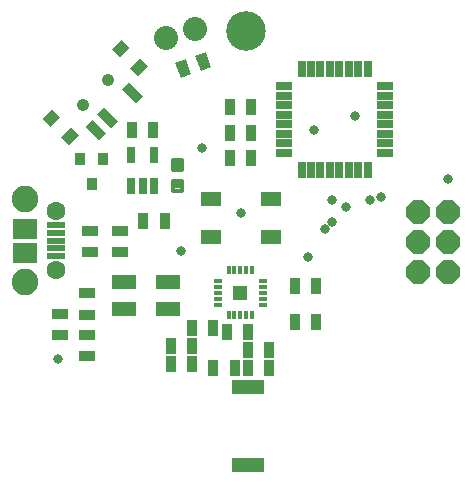
<source format=gts>
G75*
%MOIN*%
%OFA0B0*%
%FSLAX25Y25*%
%IPPOS*%
%LPD*%
%AMOC8*
5,1,8,0,0,1.08239X$1,22.5*
%
%ADD10C,0.13198*%
%ADD11R,0.05600X0.02800*%
%ADD12R,0.02800X0.05600*%
%ADD13R,0.03750X0.04143*%
%ADD14R,0.07100X0.04537*%
%ADD15R,0.03750X0.05324*%
%ADD16R,0.05324X0.03750*%
%ADD17C,0.08000*%
%ADD18R,0.02765X0.05324*%
%ADD19C,0.06309*%
%ADD20R,0.05915X0.02175*%
%ADD21R,0.08080X0.06506*%
%ADD22C,0.08868*%
%ADD23R,0.10600X0.04600*%
%ADD24R,0.04537X0.04537*%
%ADD25R,0.03159X0.01781*%
%ADD26R,0.01781X0.03159*%
%ADD27OC8,0.08000*%
%ADD28R,0.04537X0.03750*%
%ADD29R,0.03356X0.06506*%
%ADD30C,0.04143*%
%ADD31R,0.08080X0.04931*%
%ADD32C,0.01361*%
%ADD33C,0.03300*%
D10*
X0085891Y0150239D03*
D11*
X0098437Y0131857D03*
X0098437Y0128707D03*
X0098437Y0125557D03*
X0098437Y0122408D03*
X0098437Y0119258D03*
X0098437Y0116109D03*
X0098437Y0112959D03*
X0098437Y0109809D03*
X0132237Y0109809D03*
X0132237Y0112959D03*
X0132237Y0116109D03*
X0132237Y0119258D03*
X0132237Y0122408D03*
X0132237Y0125557D03*
X0132237Y0128707D03*
X0132237Y0131857D03*
D12*
X0126361Y0137733D03*
X0123211Y0137733D03*
X0120062Y0137733D03*
X0116912Y0137733D03*
X0113763Y0137733D03*
X0110613Y0137733D03*
X0107463Y0137733D03*
X0104314Y0137733D03*
X0104314Y0103933D03*
X0107463Y0103933D03*
X0110613Y0103933D03*
X0113763Y0103933D03*
X0116912Y0103933D03*
X0120062Y0103933D03*
X0123211Y0103933D03*
X0126361Y0103933D03*
D13*
X0038084Y0107682D03*
X0030604Y0107682D03*
X0034344Y0099414D03*
D14*
X0074011Y0094368D03*
X0074011Y0081770D03*
X0094303Y0081770D03*
X0094303Y0094368D03*
D15*
X0087441Y0107861D03*
X0080354Y0107861D03*
X0080470Y0116428D03*
X0087557Y0116428D03*
X0087525Y0125002D03*
X0080438Y0125002D03*
G36*
X0062160Y0139610D02*
X0065683Y0140892D01*
X0067504Y0135890D01*
X0063981Y0134608D01*
X0062160Y0139610D01*
G37*
G36*
X0068820Y0142034D02*
X0072343Y0143316D01*
X0074164Y0138314D01*
X0070641Y0137032D01*
X0068820Y0142034D01*
G37*
X0054849Y0117285D03*
X0047762Y0117285D03*
X0051627Y0086950D03*
X0058713Y0086950D03*
X0067861Y0051291D03*
X0067876Y0045271D03*
X0067876Y0039230D03*
X0060789Y0039230D03*
X0060789Y0045271D03*
X0074948Y0051291D03*
X0079412Y0049839D03*
X0086499Y0049839D03*
X0086532Y0043978D03*
X0086539Y0038036D03*
X0082009Y0038011D03*
X0074923Y0038011D03*
X0093626Y0038036D03*
X0093618Y0043978D03*
X0102020Y0053454D03*
X0109107Y0053454D03*
X0109107Y0065265D03*
X0102020Y0065265D03*
D16*
X0043902Y0076562D03*
X0043902Y0083649D03*
X0033647Y0083639D03*
X0033647Y0076552D03*
X0032729Y0062903D03*
X0032729Y0055816D03*
X0032729Y0049123D03*
X0032729Y0042036D03*
X0023708Y0048898D03*
X0023708Y0055985D03*
D17*
X0059187Y0148080D03*
X0068745Y0151020D03*
D18*
X0055049Y0108964D03*
X0047568Y0108964D03*
X0047568Y0098727D03*
X0051309Y0098727D03*
X0055049Y0098727D03*
D19*
X0022627Y0090240D03*
X0022627Y0070555D03*
D20*
X0022627Y0075280D03*
X0022627Y0077839D03*
X0022627Y0080398D03*
X0022627Y0082957D03*
X0022627Y0085516D03*
D21*
X0011997Y0084335D03*
X0011997Y0076461D03*
D22*
X0012038Y0066621D03*
X0011992Y0094192D03*
D23*
X0086494Y0031798D03*
X0086494Y0005798D03*
D24*
X0083915Y0063021D03*
D25*
X0091395Y0063021D03*
X0091395Y0061053D03*
X0091395Y0059084D03*
X0091395Y0064990D03*
X0091395Y0066958D03*
X0076434Y0066958D03*
X0076434Y0064990D03*
X0076434Y0063021D03*
X0076434Y0061053D03*
X0076434Y0059084D03*
D26*
X0079978Y0055541D03*
X0081946Y0055541D03*
X0083915Y0055541D03*
X0085883Y0055541D03*
X0087852Y0055541D03*
X0087852Y0070502D03*
X0085883Y0070502D03*
X0083915Y0070502D03*
X0081946Y0070502D03*
X0079978Y0070502D03*
D27*
X0143158Y0070073D03*
X0143158Y0080073D03*
X0143158Y0090073D03*
X0153158Y0090073D03*
X0153158Y0080073D03*
X0153158Y0070073D03*
D28*
G36*
X0047235Y0138072D02*
X0050441Y0141278D01*
X0053093Y0138626D01*
X0049887Y0135420D01*
X0047235Y0138072D01*
G37*
G36*
X0041111Y0144197D02*
X0044317Y0147403D01*
X0046969Y0144751D01*
X0043763Y0141545D01*
X0041111Y0144197D01*
G37*
G36*
X0018004Y0121091D02*
X0021210Y0124297D01*
X0023862Y0121645D01*
X0020656Y0118439D01*
X0018004Y0121091D01*
G37*
G36*
X0024129Y0114966D02*
X0027335Y0118172D01*
X0029987Y0115520D01*
X0026781Y0112314D01*
X0024129Y0114966D01*
G37*
D29*
G36*
X0032063Y0118444D02*
X0034436Y0120817D01*
X0039035Y0116218D01*
X0036662Y0113845D01*
X0032063Y0118444D01*
G37*
G36*
X0036239Y0122620D02*
X0038612Y0124993D01*
X0043211Y0120394D01*
X0040838Y0118021D01*
X0036239Y0122620D01*
G37*
G36*
X0044590Y0130972D02*
X0046963Y0133345D01*
X0051562Y0128746D01*
X0049189Y0126373D01*
X0044590Y0130972D01*
G37*
D30*
X0039725Y0134034D03*
X0031373Y0125683D03*
D31*
X0045145Y0066721D03*
X0045145Y0057666D03*
X0059712Y0057666D03*
X0059712Y0066721D03*
D32*
X0061322Y0100330D02*
X0064498Y0100330D01*
X0064498Y0097154D01*
X0061322Y0097154D01*
X0061322Y0100330D01*
X0061322Y0098514D02*
X0064498Y0098514D01*
X0064498Y0099874D02*
X0061322Y0099874D01*
X0061322Y0107235D02*
X0064498Y0107235D01*
X0064498Y0104059D01*
X0061322Y0104059D01*
X0061322Y0107235D01*
X0061322Y0105419D02*
X0064498Y0105419D01*
X0064498Y0106779D02*
X0061322Y0106779D01*
D33*
X0022993Y0041034D03*
X0064015Y0076829D03*
X0084115Y0089729D03*
X0071215Y0111329D03*
X0108415Y0117329D03*
X0122215Y0122129D03*
X0130915Y0094829D03*
X0127015Y0093929D03*
X0119215Y0091529D03*
X0114415Y0093929D03*
X0114415Y0086729D03*
X0112015Y0084329D03*
X0106615Y0075029D03*
X0153115Y0101129D03*
M02*

</source>
